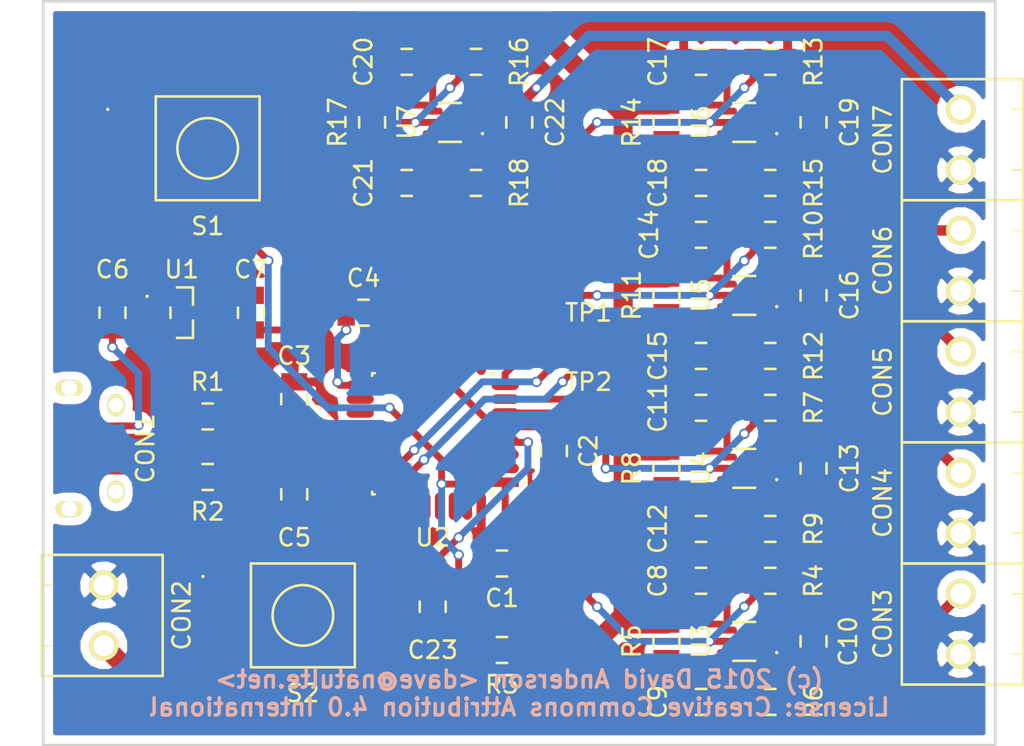
<source format=kicad_pcb>
(kicad_pcb (version 4) (host pcbnew 0.201511251016+6329~38~ubuntu15.10.1-stable)
  (layers (0 F.Cu signal) (31 B.Cu signal) (34 B.Paste user) (35 F.Paste user) (36 B.SilkS user) (37 F.SilkS user) (38 B.Mask user) (39 F.Mask user) (44 Edge.Cuts user))
  (net 0 "")
  (net 1 GND)
  (net 2 +3.3V)
  (net 3 +5V)
  (net 4 Line)
  (net 5 "Net-(CON1-Pad4)")
  (net 6 "Net-(R6-Pad2)")
  (net 7 "Net-(R9-Pad2)")
  (net 8 "Net-(R12-Pad2)")
  (net 9 "Net-(R15-Pad2)")
  (net 10 "Net-(R18-Pad2)")
  (net 11 "Net-(U2-Pad2)")
  (net 12 "Net-(U2-Pad3)")
  (net 13 "Net-(U2-Pad11)")
  (net 14 "Net-(U2-Pad25)")
  (net 15 "Net-(U2-Pad26)")
  (net 16 "Net-(U2-Pad27)")
  (net 17 "Net-(U2-Pad28)")
  (net 18 "Net-(U2-Pad29)")
  (net 19 "Net-(U2-Pad30)")
  (net 20 "Net-(C10-Pad1)")
  (net 21 /USB_D+)
  (net 22 /USB_D-)
  (net 23 /D+)
  (net 24 /D-)
  (net 25 "Net-(C9-Pad2)")
  (net 26 "Net-(C12-Pad1)")
  (net 27 "Net-(C12-Pad2)")
  (net 28 "Net-(C15-Pad1)")
  (net 29 "Net-(C15-Pad2)")
  (net 30 "Net-(C18-Pad1)")
  (net 31 "Net-(C18-Pad2)")
  (net 32 "Net-(C21-Pad1)")
  (net 33 "Net-(C21-Pad2)")
  (net 34 "Net-(TP1-Pad1)")
  (net 35 "Net-(TP2-Pad1)")
  (net 36 "/Switch 1/SW")
  (net 37 "/Switch 2/SW")
  (net 38 "/Switch 3/SW")
  (net 39 "/Switch 4/SW")
  (net 40 "/Switch 5/SW")
  (net 41 "Net-(U2-Pad10)")
  (net 42 "Net-(U2-Pad13)")
  (net 43 "Net-(U2-Pad14)")
  (net 44 "Net-(U2-Pad15)")
  (net 45 "Net-(U2-Pad18)")
  (net 46 "Net-(U2-Pad19)")
  (net 47 "Net-(U2-Pad20)")
  (net 48 "Net-(R3-Pad2)")
  (net 49 "Net-(C23-Pad1)")
  (module parts:Switch_SPST_TL3301NF160QG (layer F.Cu) (at 84.5 76.5)
    (fp_text reference S1 (at 0 4.5) (layer F.SilkS))
    (fp_text value Switch_SPST)
    (pad 1 smd rect (at -4.6125 -2.25) (size 1.725 0.9) (layers F.Cu F.Paste F.Mask) (net 48 "Net-(R3-Pad2)"))
    (pad 2 smd oval (at -4.6125 2.25) (size 1.725 0.9) (layers F.Cu F.Paste F.Mask) (net 48 "Net-(R3-Pad2)"))
    (pad 3 smd oval (at 4.6125 2.25) (size 1.725 0.9) (layers F.Cu F.Paste F.Mask) (net 2 +3.3V))
    (pad 4 smd oval (at 4.6125 -2.25) (size 1.725 0.9) (layers F.Cu F.Paste F.Mask) (net 2 +3.3V))
  )
  (module parts:Capacitor_0805 (layer F.Cu) (at 101.5 100.5)
    (fp_text reference C1 (at 0 2 180) (layer F.SilkS))
    (fp_text value 100nF)
    (pad 1 smd rect (at -1 0) (size 1 1.5) (layers F.Cu F.Paste F.Mask) (net 1 GND))
    (pad 2 smd rect (at 1 0) (size 1 1.5) (layers F.Cu F.Paste F.Mask) (net 2 +3.3V))
  )
  (module parts:Capacitor_0805 (layer F.Cu) (at 113 108.5 180)
    (fp_text reference C9 (at 2.5 0 270) (layer F.SilkS))
    (fp_text value 1µF)
    (pad 1 smd rect (at -1 0 180) (size 1 1.5) (layers F.Cu F.Paste F.Mask) (net 20 "Net-(C10-Pad1)"))
    (pad 2 smd rect (at 1 0 180) (size 1 1.5) (layers F.Cu F.Paste F.Mask) (net 25 "Net-(C9-Pad2)"))
  )
  (module parts:Si1869DH_SC70-6 (layer F.Cu) (at 115.5 105 180)
    (fp_text reference U3 (at 2.5 0 270) (layer F.SilkS))
    (fp_text value Si1869DH)
    (pad 1 smd rect (at -1 -0.65 180) (size 1.15 0.4) (layers F.Cu F.Paste F.Mask) (net 6 "Net-(R6-Pad2)"))
    (pad 2 smd oval (at -1 0 180) (size 1.15 0.4) (layers F.Cu F.Paste F.Mask) (net 20 "Net-(C10-Pad1)"))
    (pad 3 smd oval (at -1 0.65 180) (size 1.15 0.4) (layers F.Cu F.Paste F.Mask) (net 20 "Net-(C10-Pad1)"))
    (pad 4 smd oval (at 1 0.65 180) (size 1.15 0.4) (layers F.Cu F.Paste F.Mask) (net 4 Line))
    (pad 5 smd oval (at 1 0 180) (size 1.15 0.4) (layers F.Cu F.Paste F.Mask) (net 36 "/Switch 1/SW"))
    (pad 6 smd oval (at 1 -0.65 180) (size 1.15 0.4) (layers F.Cu F.Paste F.Mask) (net 25 "Net-(C9-Pad2)"))
  )
  (module parts:Capacitor_0805 (layer F.Cu) (at 113 101.5)
    (fp_text reference C8 (at -2.5 0 90) (layer F.SilkS))
    (fp_text value 10µF)
    (pad 1 smd rect (at -1 0) (size 1 1.5) (layers F.Cu F.Paste F.Mask) (net 1 GND))
    (pad 2 smd rect (at 1 0) (size 1 1.5) (layers F.Cu F.Paste F.Mask) (net 4 Line))
  )
  (module parts:Resistor_0805 (layer F.Cu) (at 111 105 270)
    (fp_text reference R5 (at 0 2 270) (layer F.SilkS))
    (fp_text value 10k)
    (pad 1 smd rect (at -1 0 270) (size 1 1.5) (layers F.Cu F.Paste F.Mask) (net 4 Line))
    (pad 2 smd rect (at 1 0 270) (size 1 1.5) (layers F.Cu F.Paste F.Mask) (net 25 "Net-(C9-Pad2)"))
  )
  (module parts:STM32F042K6T6_32-QFP (layer F.Cu) (at 97.5 93 180)
    (fp_text reference U2 (at 0 -6 180) (layer F.SilkS))
    (fp_text value STM32F042K6T6)
    (pad 1 smd rect (at -4.1875 -2.8 180) (size 1.575 0.55) (layers F.Cu F.Paste F.Mask) (net 2 +3.3V))
    (pad 2 smd oval (at -4.1875 -2 180) (size 1.575 0.55) (layers F.Cu F.Paste F.Mask) (net 11 "Net-(U2-Pad2)"))
    (pad 3 smd oval (at -4.1875 -1.2 180) (size 1.575 0.55) (layers F.Cu F.Paste F.Mask) (net 12 "Net-(U2-Pad3)"))
    (pad 4 smd oval (at -4.1875 -0.4 180) (size 1.575 0.55) (layers F.Cu F.Paste F.Mask) (net 49 "Net-(C23-Pad1)"))
    (pad 5 smd oval (at -4.1875 0.4 180) (size 1.575 0.55) (layers F.Cu F.Paste F.Mask) (net 2 +3.3V))
    (pad 6 smd oval (at -4.1875 1.2 180) (size 1.575 0.55) (layers F.Cu F.Paste F.Mask) (net 36 "/Switch 1/SW"))
    (pad 7 smd oval (at -4.1875 2 180) (size 1.575 0.55) (layers F.Cu F.Paste F.Mask) (net 37 "/Switch 2/SW"))
    (pad 8 smd oval (at -4.1875 2.8 180) (size 1.575 0.55) (layers F.Cu F.Paste F.Mask) (net 38 "/Switch 3/SW"))
    (pad 9 smd oval (at -2.8 4.1875 180) (size 0.55 1.575) (layers F.Cu F.Paste F.Mask) (net 39 "/Switch 4/SW"))
    (pad 10 smd oval (at -2 4.1875 180) (size 0.55 1.575) (layers F.Cu F.Paste F.Mask) (net 41 "Net-(U2-Pad10)"))
    (pad 11 smd oval (at -1.2 4.1875 180) (size 0.55 1.575) (layers F.Cu F.Paste F.Mask) (net 13 "Net-(U2-Pad11)"))
    (pad 12 smd oval (at -0.4 4.1875 180) (size 0.55 1.575) (layers F.Cu F.Paste F.Mask) (net 40 "/Switch 5/SW"))
    (pad 13 smd oval (at 0.4 4.1875 180) (size 0.55 1.575) (layers F.Cu F.Paste F.Mask) (net 42 "Net-(U2-Pad13)"))
    (pad 14 smd oval (at 1.2 4.1875 180) (size 0.55 1.575) (layers F.Cu F.Paste F.Mask) (net 43 "Net-(U2-Pad14)"))
    (pad 15 smd oval (at 2 4.1875 180) (size 0.55 1.575) (layers F.Cu F.Paste F.Mask) (net 44 "Net-(U2-Pad15)"))
    (pad 16 smd oval (at 2.8 4.1875 180) (size 0.55 1.575) (layers F.Cu F.Paste F.Mask) (net 1 GND))
    (pad 17 smd oval (at 4.1875 2.8 180) (size 1.575 0.55) (layers F.Cu F.Paste F.Mask) (net 2 +3.3V))
    (pad 18 smd oval (at 4.1875 2 180) (size 1.575 0.55) (layers F.Cu F.Paste F.Mask) (net 45 "Net-(U2-Pad18)"))
    (pad 19 smd oval (at 4.1875 1.2 180) (size 1.575 0.55) (layers F.Cu F.Paste F.Mask) (net 46 "Net-(U2-Pad19)"))
    (pad 20 smd oval (at 4.1875 0.4 180) (size 1.575 0.55) (layers F.Cu F.Paste F.Mask) (net 47 "Net-(U2-Pad20)"))
    (pad 21 smd oval (at 4.1875 -0.4 180) (size 1.575 0.55) (layers F.Cu F.Paste F.Mask) (net 21 /USB_D+))
    (pad 22 smd oval (at 4.1875 -1.2 180) (size 1.575 0.55) (layers F.Cu F.Paste F.Mask) (net 22 /USB_D-))
    (pad 23 smd oval (at 4.1875 -2 180) (size 1.575 0.55) (layers F.Cu F.Paste F.Mask) (net 34 "Net-(TP1-Pad1)"))
    (pad 24 smd oval (at 4.1875 -2.8 180) (size 1.575 0.55) (layers F.Cu F.Paste F.Mask) (net 35 "Net-(TP2-Pad1)"))
    (pad 25 smd oval (at 2.8 -4.1875 180) (size 0.55 1.575) (layers F.Cu F.Paste F.Mask) (net 14 "Net-(U2-Pad25)"))
    (pad 26 smd oval (at 2 -4.1875 180) (size 0.55 1.575) (layers F.Cu F.Paste F.Mask) (net 15 "Net-(U2-Pad26)"))
    (pad 27 smd oval (at 1.2 -4.1875 180) (size 0.55 1.575) (layers F.Cu F.Paste F.Mask) (net 16 "Net-(U2-Pad27)"))
    (pad 28 smd oval (at 0.4 -4.1875 180) (size 0.55 1.575) (layers F.Cu F.Paste F.Mask) (net 17 "Net-(U2-Pad28)"))
    (pad 29 smd oval (at -0.4 -4.1875 180) (size 0.55 1.575) (layers F.Cu F.Paste F.Mask) (net 18 "Net-(U2-Pad29)"))
    (pad 30 smd oval (at -1.2 -4.1875 180) (size 0.55 1.575) (layers F.Cu F.Paste F.Mask) (net 19 "Net-(U2-Pad30)"))
    (pad 31 smd oval (at -2 -4.1875 180) (size 0.55 1.575) (layers F.Cu F.Paste F.Mask) (net 48 "Net-(R3-Pad2)"))
    (pad 32 smd oval (at -2.8 -4.1875 180) (size 0.55 1.575) (layers F.Cu F.Paste F.Mask) (net 1 GND))
  )
  (module parts:Resistor_0805 (layer F.Cu) (at 101.5 105.5)
    (fp_text reference R3 (at 0 2 180) (layer F.SilkS))
    (fp_text value 10k)
    (pad 1 smd rect (at -1 0) (size 1 1.5) (layers F.Cu F.Paste F.Mask) (net 1 GND))
    (pad 2 smd rect (at 1 0) (size 1 1.5) (layers F.Cu F.Paste F.Mask) (net 48 "Net-(R3-Pad2)"))
  )
  (module parts:Capacitor_0805 (layer F.Cu) (at 104.5 94 90)
    (fp_text reference C2 (at 0 2 90) (layer F.SilkS))
    (fp_text value 100nF)
    (pad 1 smd rect (at -1 0 90) (size 1 1.5) (layers F.Cu F.Paste F.Mask) (net 1 GND))
    (pad 2 smd rect (at 1 0 90) (size 1 1.5) (layers F.Cu F.Paste F.Mask) (net 2 +3.3V))
  )
  (module parts:Capacitor_0805 (layer F.Cu) (at 89.5 91 270)
    (fp_text reference C3 (at -2.5 0 360) (layer F.SilkS))
    (fp_text value 47pF)
    (pad 1 smd rect (at -1 0 270) (size 1 1.5) (layers F.Cu F.Paste F.Mask) (net 1 GND))
    (pad 2 smd rect (at 1 0 270) (size 1 1.5) (layers F.Cu F.Paste F.Mask) (net 21 /USB_D+))
  )
  (module parts:Capacitor_0805 (layer F.Cu) (at 93.5 86 180)
    (fp_text reference C4 (at 0 2 180) (layer F.SilkS))
    (fp_text value 100nF)
    (pad 1 smd rect (at -1 0 180) (size 1 1.5) (layers F.Cu F.Paste F.Mask) (net 1 GND))
    (pad 2 smd rect (at 1 0 180) (size 1 1.5) (layers F.Cu F.Paste F.Mask) (net 2 +3.3V))
  )
  (module parts:Capacitor_0805 (layer F.Cu) (at 89.5 96.5 90)
    (fp_text reference C5 (at -2.5 0 180) (layer F.SilkS))
    (fp_text value 47pF)
    (pad 1 smd rect (at -1 0 90) (size 1 1.5) (layers F.Cu F.Paste F.Mask) (net 1 GND))
    (pad 2 smd rect (at 1 0 90) (size 1 1.5) (layers F.Cu F.Paste F.Mask) (net 22 /USB_D-))
  )
  (module parts:Capacitor_0805 (layer F.Cu) (at 79 86 270)
    (fp_text reference C6 (at -2.5 0 360) (layer F.SilkS))
    (fp_text value 1µF)
    (pad 1 smd rect (at -1 0 270) (size 1 1.5) (layers F.Cu F.Paste F.Mask) (net 1 GND))
    (pad 2 smd rect (at 1 0 270) (size 1 1.5) (layers F.Cu F.Paste F.Mask) (net 3 +5V))
  )
  (module parts:Capacitor_0805 (layer F.Cu) (at 87 86 270)
    (fp_text reference C7 (at -2.5 0 360) (layer F.SilkS))
    (fp_text value 10µF)
    (pad 1 smd rect (at -1 0 270) (size 1 1.5) (layers F.Cu F.Paste F.Mask) (net 1 GND))
    (pad 2 smd rect (at 1 0 270) (size 1 1.5) (layers F.Cu F.Paste F.Mask) (net 2 +3.3V))
  )
  (module parts:Capacitor_0805 (layer F.Cu) (at 119.5 105 270)
    (fp_text reference C10 (at 0 -2 450) (layer F.SilkS))
    (fp_text value 1µF)
    (pad 1 smd rect (at -1 0 270) (size 1 1.5) (layers F.Cu F.Paste F.Mask) (net 20 "Net-(C10-Pad1)"))
    (pad 2 smd rect (at 1 0 270) (size 1 1.5) (layers F.Cu F.Paste F.Mask) (net 1 GND))
  )
  (module parts:Capacitor_0805 (layer F.Cu) (at 113 91.5)
    (fp_text reference C11 (at -2.5 0 90) (layer F.SilkS))
    (fp_text value 10µF)
    (pad 1 smd rect (at -1 0) (size 1 1.5) (layers F.Cu F.Paste F.Mask) (net 1 GND))
    (pad 2 smd rect (at 1 0) (size 1 1.5) (layers F.Cu F.Paste F.Mask) (net 4 Line))
  )
  (module parts:Capacitor_0805 (layer F.Cu) (at 113 98.5 180)
    (fp_text reference C12 (at 2.5 0 270) (layer F.SilkS))
    (fp_text value 1µF)
    (pad 1 smd rect (at -1 0 180) (size 1 1.5) (layers F.Cu F.Paste F.Mask) (net 26 "Net-(C12-Pad1)"))
    (pad 2 smd rect (at 1 0 180) (size 1 1.5) (layers F.Cu F.Paste F.Mask) (net 27 "Net-(C12-Pad2)"))
  )
  (module parts:Capacitor_0805 (layer F.Cu) (at 119.5 95 270)
    (fp_text reference C13 (at 0 -2.075 270) (layer F.SilkS))
    (fp_text value 1µF)
    (pad 1 smd rect (at -1 0 270) (size 1 1.5) (layers F.Cu F.Paste F.Mask) (net 26 "Net-(C12-Pad1)"))
    (pad 2 smd rect (at 1 0 270) (size 1 1.5) (layers F.Cu F.Paste F.Mask) (net 1 GND))
  )
  (module parts:Capacitor_0805 (layer F.Cu) (at 113 81.5)
    (fp_text reference C14 (at -3 0 90) (layer F.SilkS))
    (fp_text value 10µF)
    (pad 1 smd rect (at -1 0) (size 1 1.5) (layers F.Cu F.Paste F.Mask) (net 1 GND))
    (pad 2 smd rect (at 1 0) (size 1 1.5) (layers F.Cu F.Paste F.Mask) (net 4 Line))
  )
  (module parts:Capacitor_0805 (layer F.Cu) (at 113 88.5 180)
    (fp_text reference C15 (at 2.5 0 270) (layer F.SilkS))
    (fp_text value 1µF)
    (pad 1 smd rect (at -1 0 180) (size 1 1.5) (layers F.Cu F.Paste F.Mask) (net 28 "Net-(C15-Pad1)"))
    (pad 2 smd rect (at 1 0 180) (size 1 1.5) (layers F.Cu F.Paste F.Mask) (net 29 "Net-(C15-Pad2)"))
  )
  (module parts:Capacitor_0805 (layer F.Cu) (at 119.5 85 270)
    (fp_text reference C16 (at 0 -2.075 270) (layer F.SilkS))
    (fp_text value 1µF)
    (pad 1 smd rect (at -1 0 270) (size 1 1.5) (layers F.Cu F.Paste F.Mask) (net 28 "Net-(C15-Pad1)"))
    (pad 2 smd rect (at 1 0 270) (size 1 1.5) (layers F.Cu F.Paste F.Mask) (net 1 GND))
  )
  (module parts:Capacitor_0805 (layer F.Cu) (at 113 71.5)
    (fp_text reference C17 (at -2.5 0 90) (layer F.SilkS))
    (fp_text value 10µF)
    (pad 1 smd rect (at -1 0) (size 1 1.5) (layers F.Cu F.Paste F.Mask) (net 1 GND))
    (pad 2 smd rect (at 1 0) (size 1 1.5) (layers F.Cu F.Paste F.Mask) (net 4 Line))
  )
  (module parts:Capacitor_0805 (layer F.Cu) (at 113 78.5 180)
    (fp_text reference C18 (at 2.5 0 270) (layer F.SilkS))
    (fp_text value 1µF)
    (pad 1 smd rect (at -1 0 180) (size 1 1.5) (layers F.Cu F.Paste F.Mask) (net 30 "Net-(C18-Pad1)"))
    (pad 2 smd rect (at 1 0 180) (size 1 1.5) (layers F.Cu F.Paste F.Mask) (net 31 "Net-(C18-Pad2)"))
  )
  (module parts:Capacitor_0805 (layer F.Cu) (at 119.5 75 270)
    (fp_text reference C19 (at 0 -2.075 270) (layer F.SilkS))
    (fp_text value 1µF)
    (pad 1 smd rect (at -1 0 270) (size 1 1.5) (layers F.Cu F.Paste F.Mask) (net 30 "Net-(C18-Pad1)"))
    (pad 2 smd rect (at 1 0 270) (size 1 1.5) (layers F.Cu F.Paste F.Mask) (net 1 GND))
  )
  (module parts:Capacitor_0805 (layer F.Cu) (at 96 71.5)
    (fp_text reference C20 (at -2.5 0 90) (layer F.SilkS))
    (fp_text value 10µF)
    (pad 1 smd rect (at -1 0) (size 1 1.5) (layers F.Cu F.Paste F.Mask) (net 1 GND))
    (pad 2 smd rect (at 1 0) (size 1 1.5) (layers F.Cu F.Paste F.Mask) (net 4 Line))
  )
  (module parts:Capacitor_0805 (layer F.Cu) (at 96 78.5 180)
    (fp_text reference C21 (at 2.5 0 270) (layer F.SilkS))
    (fp_text value 1µF)
    (pad 1 smd rect (at -1 0 180) (size 1 1.5) (layers F.Cu F.Paste F.Mask) (net 32 "Net-(C21-Pad1)"))
    (pad 2 smd rect (at 1 0 180) (size 1 1.5) (layers F.Cu F.Paste F.Mask) (net 33 "Net-(C21-Pad2)"))
  )
  (module parts:Capacitor_0805 (layer F.Cu) (at 102.5 75 270)
    (fp_text reference C22 (at 0 -2.075 270) (layer F.SilkS))
    (fp_text value 1µF)
    (pad 1 smd rect (at -1 0 270) (size 1 1.5) (layers F.Cu F.Paste F.Mask) (net 32 "Net-(C21-Pad1)"))
    (pad 2 smd rect (at 1 0 270) (size 1 1.5) (layers F.Cu F.Paste F.Mask) (net 1 GND))
  )
  (module parts:USB_Micro_SMD_RA (layer F.Cu) (at 76.5 93.85 270)
    (fp_text reference CON1 (at 0 -4.4 270) (layer F.SilkS))
    (fp_text value USB)
    (pad 1 smd rect (at -1.3 -2.7 270) (size 0.4 1.4) (layers F.Cu F.Paste F.Mask) (net 3 +5V))
    (pad 2 smd rect (at -0.65 -2.7 270) (size 0.4 1.4) (layers F.Cu F.Paste F.Mask) (net 23 /D+))
    (pad 3 smd rect (at 0 -2.7 270) (size 0.4 1.4) (layers F.Cu F.Paste F.Mask) (net 24 /D-))
    (pad 4 smd rect (at 0.65 -2.7 270) (size 0.4 1.4) (layers F.Cu F.Paste F.Mask) (net 5 "Net-(CON1-Pad4)"))
    (pad 5 smd rect (at 1.3 -2.7 270) (size 0.4 1.4) (layers F.Cu F.Paste F.Mask) (net 1 GND))
    (pad shel thru_hole oval (at -2.5 -2.7 270) (size 1.25 0.95) (drill 0.85) (layers *.Cu *.Mask F.SilkS))
    (pad shel thru_hole oval (at 2.5 -2.7 270) (size 1.25 0.95) (drill 0.85) (layers *.Cu *.Mask F.SilkS))
    (pad shel thru_hole oval (at -3.5 0 270) (size 0.9 1.55) (drill 1.15) (layers *.Cu *.Mask F.SilkS))
    (pad shel thru_hole oval (at 3.5 0 270) (size 0.9 1.55) (drill 1.15) (layers *.Cu *.Mask F.SilkS))
    (pad shel smd rect (at -1 0 270) (size 1.5 1.5) (layers F.Cu F.Paste F.Mask))
    (pad shel smd rect (at 1 0 270) (size 1.5 1.5) (layers F.Cu F.Paste F.Mask))
  )
  (module parts:2_Post_Terminal_OSTTE020104 (layer F.Cu) (at 78.5 103.5 90)
    (fp_text reference CON2 (at 0 4.5 90) (layer F.SilkS))
    (fp_text value 2_Post_Terminal)
    (pad 1 thru_hole circle (at -1.75 0 90) (size 1.7 1.7) (drill 1.2) (layers *.Cu *.Mask F.SilkS) (net 4 Line))
    (pad 2 thru_hole circle (at 1.75 0 90) (size 1.7 1.7) (drill 1.2) (layers *.Cu *.Mask F.SilkS) (net 1 GND))
  )
  (module parts:2_Post_Terminal_OSTTE020104 (layer F.Cu) (at 128 104 270)
    (fp_text reference CON3 (at 0 4.5 270) (layer F.SilkS))
    (fp_text value 2_Post_Terminal hide)
    (pad 1 thru_hole circle (at -1.75 0 270) (size 1.7 1.7) (drill 1.2) (layers *.Cu *.Mask F.SilkS) (net 20 "Net-(C10-Pad1)"))
    (pad 2 thru_hole circle (at 1.75 0 270) (size 1.7 1.7) (drill 1.2) (layers *.Cu *.Mask F.SilkS) (net 1 GND))
  )
  (module parts:2_Post_Terminal_OSTTE020104 (layer F.Cu) (at 128 97 270)
    (fp_text reference CON4 (at 0 4.5 270) (layer F.SilkS))
    (fp_text value 2_Post_Terminal)
    (pad 1 thru_hole circle (at -1.75 0 270) (size 1.7 1.7) (drill 1.2) (layers *.Cu *.Mask F.SilkS) (net 26 "Net-(C12-Pad1)"))
    (pad 2 thru_hole circle (at 1.75 0 270) (size 1.7 1.7) (drill 1.2) (layers *.Cu *.Mask F.SilkS) (net 1 GND))
  )
  (module parts:2_Post_Terminal_OSTTE020104 (layer F.Cu) (at 128 90 270)
    (fp_text reference CON5 (at 0 4.5 270) (layer F.SilkS))
    (fp_text value 2_Post_Terminal)
    (pad 1 thru_hole circle (at -1.75 0 270) (size 1.7 1.7) (drill 1.2) (layers *.Cu *.Mask F.SilkS) (net 28 "Net-(C15-Pad1)"))
    (pad 2 thru_hole circle (at 1.75 0 270) (size 1.7 1.7) (drill 1.2) (layers *.Cu *.Mask F.SilkS) (net 1 GND))
  )
  (module parts:2_Post_Terminal_OSTTE020104 (layer F.Cu) (at 128 83 270)
    (fp_text reference CON6 (at 0 4.5 270) (layer F.SilkS))
    (fp_text value 2_Post_Terminal)
    (pad 1 thru_hole circle (at -1.75 0 270) (size 1.7 1.7) (drill 1.2) (layers *.Cu *.Mask F.SilkS) (net 30 "Net-(C18-Pad1)"))
    (pad 2 thru_hole circle (at 1.75 0 270) (size 1.7 1.7) (drill 1.2) (layers *.Cu *.Mask F.SilkS) (net 1 GND))
  )
  (module parts:2_Post_Terminal_OSTTE020104 (layer F.Cu) (at 128 76 270)
    (fp_text reference CON7 (at 0 4.5 270) (layer F.SilkS))
    (fp_text value 2_Post_Terminal)
    (pad 1 thru_hole circle (at -1.75 0 270) (size 1.7 1.7) (drill 1.2) (layers *.Cu *.Mask F.SilkS) (net 32 "Net-(C21-Pad1)"))
    (pad 2 thru_hole circle (at 1.75 0 270) (size 1.7 1.7) (drill 1.2) (layers *.Cu *.Mask F.SilkS) (net 1 GND))
  )
  (module parts:Resistor_0805 (layer F.Cu) (at 84.5 92)
    (fp_text reference R1 (at 0 -2) (layer F.SilkS))
    (fp_text value 22R)
    (pad 1 smd rect (at -1 0) (size 1 1.5) (layers F.Cu F.Paste F.Mask) (net 23 /D+))
    (pad 2 smd rect (at 1 0) (size 1 1.5) (layers F.Cu F.Paste F.Mask) (net 21 /USB_D+))
  )
  (module parts:Resistor_0805 (layer F.Cu) (at 84.5 95.5)
    (fp_text reference R2 (at 0 2) (layer F.SilkS))
    (fp_text value 22R)
    (pad 1 smd rect (at -1 0) (size 1 1.5) (layers F.Cu F.Paste F.Mask) (net 24 /D-))
    (pad 2 smd rect (at 1 0) (size 1 1.5) (layers F.Cu F.Paste F.Mask) (net 22 /USB_D-))
  )
  (module parts:Resistor_0805 (layer F.Cu) (at 117 101.5 180)
    (fp_text reference R4 (at -2.5 0 270) (layer F.SilkS))
    (fp_text value 10k)
    (pad 1 smd rect (at -1 0 180) (size 1 1.5) (layers F.Cu F.Paste F.Mask) (net 1 GND))
    (pad 2 smd rect (at 1 0 180) (size 1 1.5) (layers F.Cu F.Paste F.Mask) (net 36 "/Switch 1/SW"))
  )
  (module parts:Resistor_0805 (layer F.Cu) (at 117 108.5 180)
    (fp_text reference R6 (at -2.5 0 270) (layer F.SilkS))
    (fp_text value 2k)
    (pad 1 smd rect (at -1 0 180) (size 1 1.5) (layers F.Cu F.Paste F.Mask) (net 1 GND))
    (pad 2 smd rect (at 1 0 180) (size 1 1.5) (layers F.Cu F.Paste F.Mask) (net 6 "Net-(R6-Pad2)"))
  )
  (module parts:Resistor_0805 (layer F.Cu) (at 117 91.5 180)
    (fp_text reference R7 (at -2.5 0 270) (layer F.SilkS))
    (fp_text value 10k)
    (pad 1 smd rect (at -1 0 180) (size 1 1.5) (layers F.Cu F.Paste F.Mask) (net 1 GND))
    (pad 2 smd rect (at 1 0 180) (size 1 1.5) (layers F.Cu F.Paste F.Mask) (net 37 "/Switch 2/SW"))
  )
  (module parts:Resistor_0805 (layer F.Cu) (at 111 95 270)
    (fp_text reference R8 (at 0 2 270) (layer F.SilkS))
    (fp_text value 10k)
    (pad 1 smd rect (at -1 0 270) (size 1 1.5) (layers F.Cu F.Paste F.Mask) (net 4 Line))
    (pad 2 smd rect (at 1 0 270) (size 1 1.5) (layers F.Cu F.Paste F.Mask) (net 27 "Net-(C12-Pad2)"))
  )
  (module parts:Resistor_0805 (layer F.Cu) (at 117 98.5 180)
    (fp_text reference R9 (at -2.5 0 270) (layer F.SilkS))
    (fp_text value 2k)
    (pad 1 smd rect (at -1 0 180) (size 1 1.5) (layers F.Cu F.Paste F.Mask) (net 1 GND))
    (pad 2 smd rect (at 1 0 180) (size 1 1.5) (layers F.Cu F.Paste F.Mask) (net 7 "Net-(R9-Pad2)"))
  )
  (module parts:Resistor_0805 (layer F.Cu) (at 117 81.5 180)
    (fp_text reference R10 (at -2.5 0 270) (layer F.SilkS))
    (fp_text value 10k)
    (pad 1 smd rect (at -1 0 180) (size 1 1.5) (layers F.Cu F.Paste F.Mask) (net 1 GND))
    (pad 2 smd rect (at 1 0 180) (size 1 1.5) (layers F.Cu F.Paste F.Mask) (net 38 "/Switch 3/SW"))
  )
  (module parts:Resistor_0805 (layer F.Cu) (at 111 85 270)
    (fp_text reference R11 (at 0 2 270) (layer F.SilkS))
    (fp_text value 10k)
    (pad 1 smd rect (at -1 0 270) (size 1 1.5) (layers F.Cu F.Paste F.Mask) (net 4 Line))
    (pad 2 smd rect (at 1 0 270) (size 1 1.5) (layers F.Cu F.Paste F.Mask) (net 29 "Net-(C15-Pad2)"))
  )
  (module parts:Resistor_0805 (layer F.Cu) (at 117 88.5 180)
    (fp_text reference R12 (at -2.5 0 270) (layer F.SilkS))
    (fp_text value 2k)
    (pad 1 smd rect (at -1 0 180) (size 1 1.5) (layers F.Cu F.Paste F.Mask) (net 1 GND))
    (pad 2 smd rect (at 1 0 180) (size 1 1.5) (layers F.Cu F.Paste F.Mask) (net 8 "Net-(R12-Pad2)"))
  )
  (module parts:Resistor_0805 (layer F.Cu) (at 117 71.5 180)
    (fp_text reference R13 (at -2.5 0 270) (layer F.SilkS))
    (fp_text value 10k)
    (pad 1 smd rect (at -1 0 180) (size 1 1.5) (layers F.Cu F.Paste F.Mask) (net 1 GND))
    (pad 2 smd rect (at 1 0 180) (size 1 1.5) (layers F.Cu F.Paste F.Mask) (net 39 "/Switch 4/SW"))
  )
  (module parts:Resistor_0805 (layer F.Cu) (at 111 75 270)
    (fp_text reference R14 (at 0 2 270) (layer F.SilkS))
    (fp_text value 10k)
    (pad 1 smd rect (at -1 0 270) (size 1 1.5) (layers F.Cu F.Paste F.Mask) (net 4 Line))
    (pad 2 smd rect (at 1 0 270) (size 1 1.5) (layers F.Cu F.Paste F.Mask) (net 31 "Net-(C18-Pad2)"))
  )
  (module parts:Resistor_0805 (layer F.Cu) (at 117 78.5 180)
    (fp_text reference R15 (at -2.5 0 270) (layer F.SilkS))
    (fp_text value 2k)
    (pad 1 smd rect (at -1 0 180) (size 1 1.5) (layers F.Cu F.Paste F.Mask) (net 1 GND))
    (pad 2 smd rect (at 1 0 180) (size 1 1.5) (layers F.Cu F.Paste F.Mask) (net 9 "Net-(R15-Pad2)"))
  )
  (module parts:Resistor_0805 (layer F.Cu) (at 100 71.5 180)
    (fp_text reference R16 (at -2.5 0 270) (layer F.SilkS))
    (fp_text value 10k)
    (pad 1 smd rect (at -1 0 180) (size 1 1.5) (layers F.Cu F.Paste F.Mask) (net 1 GND))
    (pad 2 smd rect (at 1 0 180) (size 1 1.5) (layers F.Cu F.Paste F.Mask) (net 40 "/Switch 5/SW"))
  )
  (module parts:Resistor_0805 (layer F.Cu) (at 94 75 270)
    (fp_text reference R17 (at 0 2 270) (layer F.SilkS))
    (fp_text value 10k)
    (pad 1 smd rect (at -1 0 270) (size 1 1.5) (layers F.Cu F.Paste F.Mask) (net 4 Line))
    (pad 2 smd rect (at 1 0 270) (size 1 1.5) (layers F.Cu F.Paste F.Mask) (net 33 "Net-(C21-Pad2)"))
  )
  (module parts:Resistor_0805 (layer F.Cu) (at 100 78.5 180)
    (fp_text reference R18 (at -2.5 0 270) (layer F.SilkS))
    (fp_text value 2k)
    (pad 1 smd rect (at -1 0 180) (size 1 1.5) (layers F.Cu F.Paste F.Mask) (net 1 GND))
    (pad 2 smd rect (at 1 0 180) (size 1 1.5) (layers F.Cu F.Paste F.Mask) (net 10 "Net-(R18-Pad2)"))
  )
  (module parts:Switch_SPST_TL3301NF160QG (layer F.Cu) (at 90 103.5)
    (fp_text reference S2 (at 0 4.5) (layer F.SilkS))
    (fp_text value Switch_SPST)
    (pad 1 smd rect (at -4.6125 -2.25) (size 1.725 0.9) (layers F.Cu F.Paste F.Mask) (net 1 GND))
    (pad 2 smd oval (at -4.6125 2.25) (size 1.725 0.9) (layers F.Cu F.Paste F.Mask) (net 1 GND))
    (pad 3 smd oval (at 4.6125 2.25) (size 1.725 0.9) (layers F.Cu F.Paste F.Mask) (net 49 "Net-(C23-Pad1)"))
    (pad 4 smd oval (at 4.6125 -2.25) (size 1.725 0.9) (layers F.Cu F.Paste F.Mask) (net 49 "Net-(C23-Pad1)"))
  )
  (module parts:AP2120N_SOT23-3 (layer F.Cu) (at 83 86)
    (fp_text reference U1 (at 0 -2.5) (layer F.SilkS))
    (fp_text value AP2120N)
    (pad 1 smd rect (at -1.0625 -0.95) (size 1.275 0.6) (layers F.Cu F.Paste F.Mask) (net 1 GND))
    (pad 2 smd oval (at -1.0625 0.95) (size 1.275 0.6) (layers F.Cu F.Paste F.Mask) (net 2 +3.3V))
    (pad 3 smd oval (at 1.0625 0) (size 1.275 0.6) (layers F.Cu F.Paste F.Mask) (net 3 +5V))
  )
  (module parts:Si1869DH_SC70-6 (layer F.Cu) (at 115.5 95 180)
    (fp_text reference U4 (at 2.5 0 270) (layer F.SilkS))
    (fp_text value Si1869DH)
    (pad 1 smd rect (at -1 -0.65 180) (size 1.15 0.4) (layers F.Cu F.Paste F.Mask) (net 7 "Net-(R9-Pad2)"))
    (pad 2 smd oval (at -1 0 180) (size 1.15 0.4) (layers F.Cu F.Paste F.Mask) (net 26 "Net-(C12-Pad1)"))
    (pad 3 smd oval (at -1 0.65 180) (size 1.15 0.4) (layers F.Cu F.Paste F.Mask) (net 26 "Net-(C12-Pad1)"))
    (pad 4 smd oval (at 1 0.65 180) (size 1.15 0.4) (layers F.Cu F.Paste F.Mask) (net 4 Line))
    (pad 5 smd oval (at 1 0 180) (size 1.15 0.4) (layers F.Cu F.Paste F.Mask) (net 37 "/Switch 2/SW"))
    (pad 6 smd oval (at 1 -0.65 180) (size 1.15 0.4) (layers F.Cu F.Paste F.Mask) (net 27 "Net-(C12-Pad2)"))
  )
  (module parts:Si1869DH_SC70-6 (layer F.Cu) (at 115.5 85 180)
    (fp_text reference U5 (at 2.5 0 270) (layer F.SilkS))
    (fp_text value Si1869DH)
    (pad 1 smd rect (at -1 -0.65 180) (size 1.15 0.4) (layers F.Cu F.Paste F.Mask) (net 8 "Net-(R12-Pad2)"))
    (pad 2 smd oval (at -1 0 180) (size 1.15 0.4) (layers F.Cu F.Paste F.Mask) (net 28 "Net-(C15-Pad1)"))
    (pad 3 smd oval (at -1 0.65 180) (size 1.15 0.4) (layers F.Cu F.Paste F.Mask) (net 28 "Net-(C15-Pad1)"))
    (pad 4 smd oval (at 1 0.65 180) (size 1.15 0.4) (layers F.Cu F.Paste F.Mask) (net 4 Line))
    (pad 5 smd oval (at 1 0 180) (size 1.15 0.4) (layers F.Cu F.Paste F.Mask) (net 38 "/Switch 3/SW"))
    (pad 6 smd oval (at 1 -0.65 180) (size 1.15 0.4) (layers F.Cu F.Paste F.Mask) (net 29 "Net-(C15-Pad2)"))
  )
  (module parts:Si1869DH_SC70-6 (layer F.Cu) (at 115.5 75 180)
    (fp_text reference U6 (at 2.5 0 270) (layer F.SilkS))
    (fp_text value Si1869DH)
    (pad 1 smd rect (at -1 -0.65 180) (size 1.15 0.4) (layers F.Cu F.Paste F.Mask) (net 9 "Net-(R15-Pad2)"))
    (pad 2 smd oval (at -1 0 180) (size 1.15 0.4) (layers F.Cu F.Paste F.Mask) (net 30 "Net-(C18-Pad1)"))
    (pad 3 smd oval (at -1 0.65 180) (size 1.15 0.4) (layers F.Cu F.Paste F.Mask) (net 30 "Net-(C18-Pad1)"))
    (pad 4 smd oval (at 1 0.65 180) (size 1.15 0.4) (layers F.Cu F.Paste F.Mask) (net 4 Line))
    (pad 5 smd oval (at 1 0 180) (size 1.15 0.4) (layers F.Cu F.Paste F.Mask) (net 39 "/Switch 4/SW"))
    (pad 6 smd oval (at 1 -0.65 180) (size 1.15 0.4) (layers F.Cu F.Paste F.Mask) (net 31 "Net-(C18-Pad2)"))
  )
  (module parts:Si1869DH_SC70-6 (layer F.Cu) (at 98.5 75 180)
    (fp_text reference U7 (at 2.5 0 270) (layer F.SilkS))
    (fp_text value Si1869DH)
    (pad 1 smd rect (at -1 -0.65 180) (size 1.15 0.4) (layers F.Cu F.Paste F.Mask) (net 10 "Net-(R18-Pad2)"))
    (pad 2 smd oval (at -1 0 180) (size 1.15 0.4) (layers F.Cu F.Paste F.Mask) (net 32 "Net-(C21-Pad1)"))
    (pad 3 smd oval (at -1 0.65 180) (size 1.15 0.4) (layers F.Cu F.Paste F.Mask) (net 32 "Net-(C21-Pad1)"))
    (pad 4 smd oval (at 1 0.65 180) (size 1.15 0.4) (layers F.Cu F.Paste F.Mask) (net 4 Line))
    (pad 5 smd oval (at 1 0 180) (size 1.15 0.4) (layers F.Cu F.Paste F.Mask) (net 40 "/Switch 5/SW"))
    (pad 6 smd oval (at 1 -0.65 180) (size 1.15 0.4) (layers F.Cu F.Paste F.Mask) (net 33 "Net-(C21-Pad2)"))
  )
  (module parts:Capacitor_0805 (layer F.Cu) (at 97.5 103 270)
    (fp_text reference C23 (at 2.5 0 360) (layer F.SilkS))
    (fp_text value 100nF)
    (pad 1 smd rect (at -1 0 270) (size 1 1.5) (layers F.Cu F.Paste F.Mask) (net 49 "Net-(C23-Pad1)"))
    (pad 2 smd rect (at 1 0 270) (size 1 1.5) (layers F.Cu F.Paste F.Mask) (net 1 GND))
  )
  (module parts:Test_Point_Test_Point_1mm (layer F.Cu) (at 106.5 87)
    (fp_text reference TP1 (at 0 -1) (layer F.SilkS))
    (fp_text value SWD)
    (pad 1 connect circle (at 0 0) (size 1 1) (layers F.Cu F.Mask) (net 34 "Net-(TP1-Pad1)"))
  )
  (module parts:Test_Point_Test_Point_1mm (layer F.Cu) (at 106.5 89 180)
    (fp_text reference TP2 (at 0 -1 180) (layer F.SilkS))
    (fp_text value SWC)
    (pad 1 connect circle (at 0 0 180) (size 1 1) (layers F.Cu F.Mask) (net 35 "Net-(TP2-Pad1)"))
  )
  (gr_text "(c) 2015 David Anderson <dave@natulte.net>\nLicense: Creative Commons Attribution 4.0 International\n" (at 102.5 108) (layer B.SilkS) (effects (font (size 1 1) (thickness 0.2)) (justify mirror)))
  (gr_line (start 75 111) (end 75 68) (layer Edge.Cuts) (width 0.15))
  (gr_line (start 130 111) (end 75 111) (layer Edge.Cuts) (width 0.15))
  (gr_line (start 130 68) (end 130 111) (layer Edge.Cuts) (width 0.15))
  (gr_line (start 75 68) (end 130 68) (layer Edge.Cuts) (width 0.15))
  (segment (start 79.2 95.15) (end 80.3 95.15) (width 0.4) (layer F.Cu) (net 1))
  (segment (start 80.3 95.15) (end 82.65 97.5) (width 0.4) (layer F.Cu) (net 1))
  (segment (start 82.65 97.5) (end 89.5 97.5) (width 0.4) (layer F.Cu) (net 1))
  (segment (start 94.7 88.8125) (end 94.7 86.2) (width 0.4) (layer F.Cu) (net 1))
  (segment (start 94.7 86.2) (end 94.5 86) (width 0.4) (layer F.Cu) (net 1))
  (segment (start 100.3 97.1875) (end 100.3 100.3) (width 0.4) (layer F.Cu) (net 1))
  (segment (start 100.3 100.3) (end 100.5 100.5) (width 0.4) (layer F.Cu) (net 1))
  (segment (start 92.000012 90.075012) (end 92.000012 90) (width 0.4) (layer F.Cu) (net 2))
  (segment (start 92.125 90.2) (end 92.000012 90.075012) (width 0.4) (layer F.Cu) (net 2))
  (segment (start 93.3125 90.2) (end 92.125 90.2) (width 0.4) (layer F.Cu) (net 2))
  (segment (start 92.000012 87.499988) (end 92.000012 90) (width 0.4) (layer B.Cu) (net 2))
  (via (at 92.000012 90) (size 0.6) (drill 0.4) (layers F.Cu B.Cu) (net 2))
  (segment (start 92.5 87) (end 92.000012 87.499988) (width 0.4) (layer B.Cu) (net 2))
  (segment (start 92.5 86) (end 92.5 87) (width 0.4) (layer F.Cu) (net 2))
  (via (at 92.5 87) (size 0.6) (drill 0.4) (layers F.Cu B.Cu) (net 2))
  (segment (start 89.1125 78.75) (end 89.1125 86.8875) (width 0.4) (layer F.Cu) (net 2))
  (segment (start 89.1125 86.8875) (end 89 87) (width 0.4) (layer F.Cu) (net 2))
  (segment (start 89.1125 74.25) (end 89.1125 78.75) (width 0.4) (layer F.Cu) (net 2))
  (segment (start 101.020392 92.6) (end 100.4 92.6) (width 0.4) (layer F.Cu) (net 2))
  (segment (start 100.4 92.6) (end 100 93) (width 0.4) (layer F.Cu) (net 2))
  (segment (start 100 93) (end 100 95.3) (width 0.4) (layer F.Cu) (net 2))
  (segment (start 100.5 95.8) (end 101.6875 95.8) (width 0.4) (layer F.Cu) (net 2))
  (segment (start 100 95.3) (end 100.5 95.8) (width 0.4) (layer F.Cu) (net 2))
  (segment (start 93.3125 90.2) (end 98.620392 90.2) (width 0.4) (layer F.Cu) (net 2))
  (segment (start 98.620392 90.2) (end 101.020392 92.6) (width 0.4) (layer F.Cu) (net 2))
  (segment (start 101.020392 92.6) (end 101.6875 92.6) (width 0.4) (layer F.Cu) (net 2))
  (segment (start 92.5 86) (end 92.5 86.25) (width 0.4) (layer F.Cu) (net 2))
  (segment (start 101.6875 95.8) (end 101.6875 99.6875) (width 0.4) (layer F.Cu) (net 2))
  (segment (start 101.6875 99.6875) (end 102.5 100.5) (width 0.4) (layer F.Cu) (net 2))
  (segment (start 104.5 93) (end 104.1 92.6) (width 0.4) (layer F.Cu) (net 2))
  (segment (start 104.1 92.6) (end 101.6875 92.6) (width 0.4) (layer F.Cu) (net 2))
  (segment (start 89 87) (end 90 86) (width 0.4) (layer F.Cu) (net 2))
  (segment (start 90 86) (end 92.5 86) (width 0.4) (layer F.Cu) (net 2))
  (segment (start 87 87) (end 89 87) (width 0.4) (layer F.Cu) (net 2))
  (segment (start 81.9375 86.95) (end 86.95 86.95) (width 0.4) (layer F.Cu) (net 2))
  (segment (start 86.95 86.95) (end 87 87) (width 0.4) (layer F.Cu) (net 2))
  (segment (start 79 88) (end 79 87) (width 0.4) (layer F.Cu) (net 3))
  (segment (start 80.5 92.5) (end 80.5 89.5) (width 0.4) (layer B.Cu) (net 3))
  (segment (start 80.5 89.5) (end 79 88) (width 0.4) (layer B.Cu) (net 3))
  (via (at 79 88) (size 0.6) (drill 0.4) (layers F.Cu B.Cu) (net 3))
  (via (at 80.5 92.5) (size 0.6) (drill 0.4) (layers F.Cu B.Cu) (net 3))
  (segment (start 79.2 92.55) (end 80.45 92.55) (width 0.4) (layer F.Cu) (net 3))
  (segment (start 80.45 92.55) (end 80.5 92.5) (width 0.4) (layer F.Cu) (net 3))
  (segment (start 79 87) (end 80.15 87) (width 0.4) (layer F.Cu) (net 3))
  (segment (start 80.15 87) (end 81.15 86) (width 0.4) (layer F.Cu) (net 3))
  (segment (start 81.15 86) (end 84.0625 86) (width 0.4) (layer F.Cu) (net 3))
  (segment (start 111 104) (end 114.15 104) (width 0.4) (layer F.Cu) (net 4))
  (segment (start 114.15 104) (end 114.5 104.35) (width 0.4) (layer F.Cu) (net 4))
  (segment (start 114.5 104.35) (end 114.5 104) (width 0.4) (layer F.Cu) (net 4))
  (segment (start 114.5 104) (end 114.5 102) (width 0.4) (layer F.Cu) (net 4))
  (segment (start 103 109) (end 108 104) (width 1.1) (layer F.Cu) (net 4))
  (segment (start 108 104) (end 108.5 103.5) (width 1.1) (layer F.Cu) (net 4))
  (segment (start 111 104) (end 108 104) (width 1.1) (layer F.Cu) (net 4))
  (segment (start 78.5 105.25) (end 82.25 109) (width 1.1) (layer F.Cu) (net 4))
  (segment (start 82.25 109) (end 103 109) (width 1.1) (layer F.Cu) (net 4))
  (segment (start 108.5 103.5) (end 108.5 95) (width 1.1) (layer F.Cu) (net 4))
  (segment (start 108.5 95) (end 108.5 85.5) (width 1.1) (layer F.Cu) (net 4))
  (segment (start 111 94) (end 109.15 94) (width 1.1) (layer F.Cu) (net 4))
  (segment (start 109.15 94) (end 108.5 94.65) (width 1.1) (layer F.Cu) (net 4))
  (segment (start 108.5 94.65) (end 108.5 95) (width 1.1) (layer F.Cu) (net 4))
  (segment (start 108.5 85.5) (end 108.5 74.5) (width 1.1) (layer F.Cu) (net 4))
  (segment (start 111 84) (end 109.15 84) (width 1.1) (layer F.Cu) (net 4))
  (segment (start 108.5 84.65) (end 108.5 85.5) (width 1.1) (layer F.Cu) (net 4))
  (segment (start 109.15 84) (end 108.5 84.65) (width 1.1) (layer F.Cu) (net 4))
  (segment (start 111 74) (end 109.15 74) (width 1.1) (layer F.Cu) (net 4))
  (segment (start 109.15 74) (end 108.65 74.5) (width 1.1) (layer F.Cu) (net 4))
  (segment (start 108.65 74.5) (end 108.5 74.5) (width 1.1) (layer F.Cu) (net 4))
  (segment (start 94 69.5) (end 92.5 71) (width 1.1) (layer F.Cu) (net 4))
  (segment (start 108.5 74.5) (end 103.5 69.5) (width 1.1) (layer F.Cu) (net 4))
  (segment (start 103.5 69.5) (end 94 69.5) (width 1.1) (layer F.Cu) (net 4))
  (segment (start 92.5 71) (end 92.5 72.75) (width 1.1) (layer F.Cu) (net 4))
  (segment (start 92.5 72.75) (end 93.75 74) (width 1.1) (layer F.Cu) (net 4))
  (segment (start 93.75 74) (end 94 74) (width 1.1) (layer F.Cu) (net 4))
  (segment (start 110.75 104) (end 111 104) (width 0.6) (layer F.Cu) (net 4))
  (segment (start 97.5 74.35) (end 97.5 72) (width 0.4) (layer F.Cu) (net 4))
  (segment (start 97.5 72) (end 97 71.5) (width 0.4) (layer F.Cu) (net 4))
  (segment (start 94 74) (end 97.15 74) (width 0.4) (layer F.Cu) (net 4))
  (segment (start 97.15 74) (end 97.5 74.35) (width 0.4) (layer F.Cu) (net 4))
  (segment (start 114.5 74.35) (end 114.5 72) (width 0.4) (layer F.Cu) (net 4))
  (segment (start 114.5 72) (end 114 71.5) (width 0.4) (layer F.Cu) (net 4))
  (segment (start 111 74) (end 114.15 74) (width 0.4) (layer F.Cu) (net 4))
  (segment (start 114.15 74) (end 114.5 74.35) (width 0.4) (layer F.Cu) (net 4))
  (segment (start 114.5 94.35) (end 114.5 92) (width 0.4) (layer F.Cu) (net 4))
  (segment (start 114.5 92) (end 114 91.5) (width 0.4) (layer F.Cu) (net 4))
  (segment (start 111 94) (end 114.15 94) (width 0.4) (layer F.Cu) (net 4))
  (segment (start 114.15 94) (end 114.5 94.35) (width 0.4) (layer F.Cu) (net 4))
  (segment (start 114.5 84.35) (end 114.5 82) (width 0.4) (layer F.Cu) (net 4))
  (segment (start 114.5 82) (end 114 81.5) (width 0.4) (layer F.Cu) (net 4))
  (segment (start 111 84) (end 114.15 84) (width 0.4) (layer F.Cu) (net 4))
  (segment (start 114.15 84) (end 114.5 84.35) (width 0.4) (layer F.Cu) (net 4))
  (segment (start 114.5 102) (end 114 101.5) (width 0.4) (layer F.Cu) (net 4))
  (segment (start 116.5 105.65) (end 116.5 108) (width 0.4) (layer F.Cu) (net 6))
  (segment (start 116.5 108) (end 116 108.5) (width 0.4) (layer F.Cu) (net 6))
  (segment (start 116.5 95.65) (end 116.5 98) (width 0.4) (layer F.Cu) (net 7))
  (segment (start 116.5 98) (end 116 98.5) (width 0.4) (layer F.Cu) (net 7))
  (segment (start 116.5 85.65) (end 116.5 88) (width 0.4) (layer F.Cu) (net 8))
  (segment (start 116.5 88) (end 116 88.5) (width 0.4) (layer F.Cu) (net 8))
  (segment (start 116.5 75.65) (end 116.5 78) (width 0.4) (layer F.Cu) (net 9))
  (segment (start 116.5 78) (end 116 78.5) (width 0.4) (layer F.Cu) (net 9))
  (segment (start 99.5 75.65) (end 99.5 78) (width 0.4) (layer F.Cu) (net 10))
  (segment (start 99.5 78) (end 99 78.5) (width 0.4) (layer F.Cu) (net 10))
  (segment (start 119.5 104) (end 126.25 104) (width 0.6) (layer F.Cu) (net 20))
  (segment (start 126.25 104) (end 128 102.25) (width 0.6) (layer F.Cu) (net 20))
  (segment (start 116.5 105) (end 116.5 104.35) (width 0.4) (layer F.Cu) (net 20))
  (segment (start 116.5 104.35) (end 119.15 104.35) (width 0.6) (layer F.Cu) (net 20))
  (segment (start 119.15 104.35) (end 119.5 104) (width 0.6) (layer F.Cu) (net 20))
  (segment (start 116.5 105) (end 115.524999 105.000001) (width 0.4) (layer F.Cu) (net 20))
  (segment (start 115.524999 105.000001) (end 115.524999 106.475001) (width 0.4) (layer F.Cu) (net 20))
  (segment (start 115.524999 106.475001) (end 114 108) (width 0.4) (layer F.Cu) (net 20))
  (segment (start 114 108) (end 114 108.5) (width 0.4) (layer F.Cu) (net 20))
  (segment (start 89.5 92) (end 90.65 92) (width 0.4) (layer F.Cu) (net 21))
  (segment (start 90.65 92) (end 92.05 93.4) (width 0.4) (layer F.Cu) (net 21))
  (segment (start 92.05 93.4) (end 93.3125 93.4) (width 0.4) (layer F.Cu) (net 21))
  (segment (start 89.5 92) (end 85.5 92) (width 0.4) (layer F.Cu) (net 21))
  (segment (start 89.5 95.5) (end 90.65 95.5) (width 0.4) (layer F.Cu) (net 22))
  (segment (start 90.65 95.5) (end 91.95 94.2) (width 0.4) (layer F.Cu) (net 22))
  (segment (start 91.95 94.2) (end 93.3125 94.2) (width 0.4) (layer F.Cu) (net 22))
  (segment (start 85.5 95.5) (end 89.5 95.5) (width 0.4) (layer F.Cu) (net 22))
  (segment (start 82.6 92) (end 83.5 92) (width 0.4) (layer F.Cu) (net 23))
  (segment (start 81.399998 93.200002) (end 82.6 92) (width 0.4) (layer F.Cu) (net 23))
  (segment (start 80.300002 93.200002) (end 81.399998 93.200002) (width 0.4) (layer F.Cu) (net 23))
  (segment (start 79.2 93.2) (end 80.3 93.2) (width 0.4) (layer F.Cu) (net 23))
  (segment (start 80.3 93.2) (end 80.300002 93.200002) (width 0.4) (layer F.Cu) (net 23))
  (segment (start 79.2 93.85) (end 82.35 93.85) (width 0.4) (layer F.Cu) (net 24))
  (segment (start 82.35 93.85) (end 83.5 95) (width 0.4) (layer F.Cu) (net 24))
  (segment (start 83.5 95) (end 83.5 95.5) (width 0.4) (layer F.Cu) (net 24))
  (segment (start 112 108.5) (end 112 107) (width 0.4) (layer F.Cu) (net 25))
  (segment (start 112 107) (end 111 106) (width 0.4) (layer F.Cu) (net 25))
  (segment (start 111 106) (end 114.15 106) (width 0.4) (layer F.Cu) (net 25))
  (segment (start 114.15 106) (end 114.5 105.65) (width 0.4) (layer F.Cu) (net 25))
  (segment (start 116.5 95) (end 116.5 94.35) (width 0.4) (layer F.Cu) (net 26))
  (segment (start 119.5 94) (end 126.75 94) (width 0.6) (layer F.Cu) (net 26))
  (segment (start 126.75 94) (end 128 95.25) (width 0.6) (layer F.Cu) (net 26))
  (segment (start 116.5 94.35) (end 119.15 94.35) (width 0.6) (layer F.Cu) (net 26))
  (segment (start 119.15 94.35) (end 119.5 94) (width 0.6) (layer F.Cu) (net 26))
  (segment (start 116.5 95) (end 115.524999 95.000001) (width 0.4) (layer F.Cu) (net 26))
  (segment (start 115.524999 95.000001) (end 115.524999 96.975001) (width 0.4) (layer F.Cu) (net 26))
  (segment (start 115.524999 96.975001) (end 114 98.5) (width 0.4) (layer F.Cu) (net 26))
  (segment (start 111 96) (end 114.15 96) (width 0.4) (layer F.Cu) (net 27))
  (segment (start 114.15 96) (end 114.5 95.65) (width 0.4) (layer F.Cu) (net 27))
  (segment (start 112 98.5) (end 112 97) (width 0.4) (layer F.Cu) (net 27))
  (segment (start 112 97) (end 111 96) (width 0.4) (layer F.Cu) (net 27))
  (segment (start 119.5 84) (end 123.75 84) (width 0.6) (layer F.Cu) (net 28))
  (segment (start 123.75 84) (end 128 88.25) (width 0.6) (layer F.Cu) (net 28))
  (segment (start 116.5 85) (end 115.524999 85.000001) (width 0.4) (layer F.Cu) (net 28))
  (segment (start 115.524999 85.000001) (end 115.524999 86.975001) (width 0.4) (layer F.Cu) (net 28))
  (segment (start 115.524999 86.975001) (end 114 88.5) (width 0.4) (layer F.Cu) (net 28))
  (segment (start 116.5 84.35) (end 119.15 84.35) (width 0.6) (layer F.Cu) (net 28))
  (segment (start 119.15 84.35) (end 119.5 84) (width 0.6) (layer F.Cu) (net 28))
  (segment (start 116.5 85) (end 116.5 84.35) (width 0.4) (layer F.Cu) (net 28))
  (segment (start 111 86) (end 114.15 86) (width 0.4) (layer F.Cu) (net 29))
  (segment (start 114.15 86) (end 114.5 85.65) (width 0.4) (layer F.Cu) (net 29))
  (segment (start 112 88.5) (end 112 87) (width 0.4) (layer F.Cu) (net 29))
  (segment (start 112 87) (end 111 86) (width 0.4) (layer F.Cu) (net 29))
  (segment (start 116.5 75) (end 116.5 74.35) (width 0.4) (layer F.Cu) (net 30))
  (segment (start 119.5 74) (end 122 74) (width 0.6) (layer F.Cu) (net 30))
  (segment (start 122 74) (end 123.5 75.5) (width 0.6) (layer F.Cu) (net 30))
  (segment (start 125.25 81.25) (end 128 81.25) (width 0.6) (layer F.Cu) (net 30))
  (segment (start 123.5 75.5) (end 123.5 79.5) (width 0.6) (layer F.Cu) (net 30))
  (segment (start 123.5 79.5) (end 125.25 81.25) (width 0.6) (layer F.Cu) (net 30))
  (segment (start 116.5 74.35) (end 119.15 74.35) (width 0.6) (layer F.Cu) (net 30))
  (segment (start 119.15 74.35) (end 119.5 74) (width 0.6) (layer F.Cu) (net 30))
  (segment (start 116.5 75) (end 115.524999 75.000001) (width 0.4) (layer F.Cu) (net 30))
  (segment (start 115.524999 75.000001) (end 115.524999 76.975001) (width 0.4) (layer F.Cu) (net 30))
  (segment (start 115.524999 76.975001) (end 114 78.5) (width 0.4) (layer F.Cu) (net 30))
  (segment (start 111 76) (end 114.15 76) (width 0.4) (layer F.Cu) (net 31))
  (segment (start 114.15 76) (end 114.5 75.65) (width 0.4) (layer F.Cu) (net 31))
  (segment (start 112 78.5) (end 112 77) (width 0.4) (layer F.Cu) (net 31))
  (segment (start 112 77) (end 111 76) (width 0.4) (layer F.Cu) (net 31))
  (segment (start 128 74.25) (end 123.75 70) (width 0.6) (layer B.Cu) (net 32))
  (segment (start 123.75 70) (end 106.5 70) (width 0.6) (layer B.Cu) (net 32))
  (segment (start 106.5 70) (end 103.5 73) (width 0.6) (layer B.Cu) (net 32))
  (segment (start 99.5 74.35) (end 99.5 75) (width 0.4) (layer F.Cu) (net 32))
  (segment (start 103.5 73) (end 102.5 74) (width 0.6) (layer F.Cu) (net 32))
  (via (at 103.5 73) (size 0.6) (drill 0.4) (layers F.Cu B.Cu) (net 32))
  (segment (start 99.5 74.35) (end 102.15 74.35) (width 0.6) (layer F.Cu) (net 32))
  (segment (start 102.15 74.35) (end 102.5 74) (width 0.6) (layer F.Cu) (net 32))
  (segment (start 99.5 75) (end 98.524999 75.000001) (width 0.4) (layer F.Cu) (net 32))
  (segment (start 98.524999 75.000001) (end 98.524999 76.975001) (width 0.4) (layer F.Cu) (net 32))
  (segment (start 98.524999 76.975001) (end 97 78.5) (width 0.4) (layer F.Cu) (net 32))
  (segment (start 94 76) (end 97.15 76) (width 0.4) (layer F.Cu) (net 33))
  (segment (start 97.15 76) (end 97.5 75.65) (width 0.4) (layer F.Cu) (net 33))
  (segment (start 95 78.5) (end 95 77) (width 0.4) (layer F.Cu) (net 33))
  (segment (start 95 77) (end 94 76) (width 0.4) (layer F.Cu) (net 33))
  (segment (start 100.368612 90) (end 96.434306 93.934306) (width 0.4) (layer B.Cu) (net 34))
  (segment (start 103.5 90) (end 100.368612 90) (width 0.4) (layer B.Cu) (net 34))
  (segment (start 95.368612 95) (end 96.434306 93.934306) (width 0.4) (layer F.Cu) (net 34))
  (segment (start 93.3125 95) (end 95.368612 95) (width 0.4) (layer F.Cu) (net 34))
  (via (at 96.434306 93.934306) (size 0.6) (drill 0.4) (layers F.Cu B.Cu) (net 34))
  (segment (start 103.5 90) (end 106.5 87) (width 0.4) (layer F.Cu) (net 34))
  (via (at 103.5 90) (size 0.6) (drill 0.4) (layers F.Cu B.Cu) (net 34))
  (segment (start 105 90) (end 106 89) (width 0.4) (layer F.Cu) (net 35))
  (segment (start 106 89) (end 106.5 89) (width 0.4) (layer F.Cu) (net 35))
  (segment (start 100.5 91) (end 104 91) (width 0.4) (layer B.Cu) (net 35))
  (segment (start 104 91) (end 105 90) (width 0.4) (layer B.Cu) (net 35))
  (via (at 105 90) (size 0.6) (drill 0.4) (layers F.Cu B.Cu) (net 35))
  (segment (start 97 94.5) (end 100.5 91) (width 0.4) (layer B.Cu) (net 35))
  (segment (start 93.3125 95.8) (end 95.7 95.8) (width 0.4) (layer F.Cu) (net 35))
  (segment (start 95.7 95.8) (end 97 94.5) (width 0.4) (layer F.Cu) (net 35))
  (via (at 97 94.5) (size 0.6) (drill 0.4) (layers F.Cu B.Cu) (net 35))
  (segment (start 101.6875 91.8) (end 105.8 91.8) (width 0.4) (layer F.Cu) (net 36))
  (segment (start 105.8 91.8) (end 106.5 92.5) (width 0.4) (layer F.Cu) (net 36))
  (segment (start 106.5 92.5) (end 106.5 102.5) (width 0.4) (layer F.Cu) (net 36))
  (segment (start 106.5 102.5) (end 106.700001 102.700001) (width 0.4) (layer F.Cu) (net 36))
  (segment (start 106.700001 102.700001) (end 107 103) (width 0.4) (layer F.Cu) (net 36))
  (segment (start 107.299999 103.299999) (end 107 103) (width 0.4) (layer B.Cu) (net 36))
  (segment (start 109 105) (end 107.299999 103.299999) (width 0.4) (layer B.Cu) (net 36))
  (segment (start 113.5 105) (end 109 105) (width 0.4) (layer B.Cu) (net 36))
  (via (at 107 103) (size 0.6) (drill 0.4) (layers F.Cu B.Cu) (net 36))
  (segment (start 115.5 103) (end 116 102.5) (width 0.4) (layer F.Cu) (net 36))
  (segment (start 116 102.5) (end 116 101.5) (width 0.4) (layer F.Cu) (net 36))
  (segment (start 113.5 105) (end 115.5 103) (width 0.4) (layer B.Cu) (net 36))
  (via (at 115.5 103) (size 0.6) (drill 0.4) (layers F.Cu B.Cu) (net 36))
  (segment (start 114.5 105) (end 113.5 105) (width 0.4) (layer F.Cu) (net 36))
  (via (at 113.5 105) (size 0.6) (drill 0.4) (layers F.Cu B.Cu) (net 36))
  (segment (start 101.6875 91) (end 106 91) (width 0.4) (layer F.Cu) (net 37))
  (segment (start 106 91) (end 107.5 92.5) (width 0.4) (layer F.Cu) (net 37))
  (segment (start 107.5 94.575736) (end 107.5 95) (width 0.4) (layer F.Cu) (net 37))
  (segment (start 107.5 92.5) (end 107.5 94.575736) (width 0.4) (layer F.Cu) (net 37))
  (segment (start 107.5 95) (end 113.5 95) (width 0.4) (layer B.Cu) (net 37))
  (via (at 107.5 95) (size 0.6) (drill 0.4) (layers F.Cu B.Cu) (net 37))
  (segment (start 115.5 93) (end 116 92.5) (width 0.4) (layer F.Cu) (net 37))
  (segment (start 116 92.5) (end 116 91.5) (width 0.4) (layer F.Cu) (net 37))
  (segment (start 113.5 95) (end 115.5 93) (width 0.4) (layer B.Cu) (net 37))
  (via (at 115.5 93) (size 0.6) (drill 0.4) (layers F.Cu B.Cu) (net 37))
  (segment (start 114.5 95) (end 113.5 95) (width 0.4) (layer F.Cu) (net 37))
  (via (at 113.5 95) (size 0.6) (drill 0.4) (layers F.Cu B.Cu) (net 37))
  (segment (start 107 85) (end 113.5 85) (width 0.4) (layer B.Cu) (net 38))
  (segment (start 101.6875 90.2) (end 101.6875 89.525) (width 0.4) (layer F.Cu) (net 38))
  (segment (start 106.2125 85) (end 107 85) (width 0.4) (layer F.Cu) (net 38))
  (segment (start 101.6875 89.525) (end 106.2125 85) (width 0.4) (layer F.Cu) (net 38))
  (via (at 107 85) (size 0.6) (drill 0.4) (layers F.Cu B.Cu) (net 38))
  (segment (start 115.5 83) (end 116 82.5) (width 0.4) (layer F.Cu) (net 38))
  (segment (start 116 82.5) (end 116 81.5) (width 0.4) (layer F.Cu) (net 38))
  (segment (start 113.5 85) (end 115.5 83) (width 0.4) (layer B.Cu) (net 38))
  (via (at 115.5 83) (size 0.6) (drill 0.4) (layers F.Cu B.Cu) (net 38))
  (segment (start 114.5 85) (end 113.5 85) (width 0.4) (layer F.Cu) (net 38))
  (via (at 113.5 85) (size 0.6) (drill 0.4) (layers F.Cu B.Cu) (net 38))
  (segment (start 107 75) (end 113.5 75) (width 0.4) (layer B.Cu) (net 39))
  (segment (start 100.3 88.8125) (end 100.3 81.7) (width 0.4) (layer F.Cu) (net 39))
  (segment (start 100.3 81.7) (end 107 75) (width 0.4) (layer F.Cu) (net 39))
  (via (at 107 75) (size 0.6) (drill 0.4) (layers F.Cu B.Cu) (net 39))
  (segment (start 115.5 73) (end 116 72.5) (width 0.4) (layer F.Cu) (net 39))
  (segment (start 116 72.5) (end 116 71.5) (width 0.4) (layer F.Cu) (net 39))
  (segment (start 113.5 75) (end 115.5 73) (width 0.4) (layer B.Cu) (net 39))
  (via (at 115.5 73) (size 0.6) (drill 0.4) (layers F.Cu B.Cu) (net 39))
  (segment (start 114.5 75) (end 113.5 75) (width 0.4) (layer F.Cu) (net 39))
  (via (at 113.5 75) (size 0.6) (drill 0.4) (layers F.Cu B.Cu) (net 39))
  (segment (start 97.9 88.8125) (end 97.9 84.4) (width 0.4) (layer F.Cu) (net 40))
  (segment (start 97.9 84.4) (end 92.5 79) (width 0.4) (layer F.Cu) (net 40))
  (segment (start 92.5 79) (end 92.5 75.529998) (width 0.4) (layer F.Cu) (net 40))
  (segment (start 92.5 75.529998) (end 93.029998 75) (width 0.4) (layer F.Cu) (net 40))
  (segment (start 93.029998 75) (end 96.075736 75) (width 0.4) (layer F.Cu) (net 40))
  (segment (start 96.075736 75) (end 96.5 75) (width 0.4) (layer F.Cu) (net 40))
  (segment (start 98.5 73) (end 99 72.5) (width 0.4) (layer F.Cu) (net 40))
  (segment (start 99 72.5) (end 99 71.5) (width 0.4) (layer F.Cu) (net 40))
  (segment (start 96.5 75) (end 98.5 73) (width 0.4) (layer B.Cu) (net 40))
  (via (at 98.5 73) (size 0.6) (drill 0.4) (layers F.Cu B.Cu) (net 40))
  (segment (start 97.5 75) (end 96.5 75) (width 0.4) (layer F.Cu) (net 40))
  (via (at 96.5 75) (size 0.6) (drill 0.4) (layers F.Cu B.Cu) (net 40))
  (segment (start 91.463998 91.5) (end 95 91.5) (width 0.4) (layer B.Cu) (net 48))
  (segment (start 88 83) (end 88 88.036002) (width 0.4) (layer B.Cu) (net 48))
  (segment (start 88 88.036002) (end 91.463998 91.5) (width 0.4) (layer B.Cu) (net 48))
  (segment (start 95 91.5) (end 98.013576 94.513576) (width 0.4) (layer F.Cu) (net 48))
  (segment (start 98.013576 94.513576) (end 98.013576 95.908358) (width 0.4) (layer F.Cu) (net 48))
  (via (at 95 91.5) (size 0.6) (drill 0.4) (layers F.Cu B.Cu) (net 48))
  (segment (start 79.8875 78.75) (end 83.75 78.75) (width 0.4) (layer F.Cu) (net 48))
  (via (at 88 83) (size 0.6) (drill 0.4) (layers F.Cu B.Cu) (net 48))
  (segment (start 83.75 78.75) (end 88 83) (width 0.4) (layer F.Cu) (net 48))
  (segment (start 79.8875 74.25) (end 79.8875 78.75) (width 0.4) (layer F.Cu) (net 48))
  (segment (start 98.013576 95.908358) (end 99.408358 95.908358) (width 0.4) (layer F.Cu) (net 48))
  (segment (start 99.408358 95.908358) (end 99.5 96) (width 0.4) (layer F.Cu) (net 48))
  (segment (start 99.5 96) (end 99.5 97.1875) (width 0.4) (layer F.Cu) (net 48))
  (segment (start 98 99) (end 98.013576 98.986424) (width 0.4) (layer B.Cu) (net 48))
  (segment (start 98.013576 98.986424) (end 98.013576 95.908358) (width 0.4) (layer B.Cu) (net 48))
  (via (at 98.013576 95.908358) (size 0.6) (drill 0.4) (layers F.Cu B.Cu) (net 48))
  (segment (start 99 100) (end 98 99) (width 0.4) (layer B.Cu) (net 48))
  (segment (start 102.5 105.5) (end 102.5 105.25) (width 0.4) (layer F.Cu) (net 48))
  (segment (start 102.5 105.25) (end 99 101.75) (width 0.4) (layer F.Cu) (net 48))
  (segment (start 99 101.75) (end 99 100) (width 0.4) (layer F.Cu) (net 48))
  (via (at 99 100) (size 0.6) (drill 0.4) (layers F.Cu B.Cu) (net 48))
  (segment (start 103 93.5) (end 101.7875 93.5) (width 0.4) (layer F.Cu) (net 49))
  (segment (start 101.7875 93.5) (end 101.6875 93.4) (width 0.4) (layer F.Cu) (net 49))
  (segment (start 99 99) (end 103 95) (width 0.4) (layer B.Cu) (net 49))
  (segment (start 103 95) (end 103 93.5) (width 0.4) (layer B.Cu) (net 49))
  (via (at 103 93.5) (size 0.6) (drill 0.4) (layers F.Cu B.Cu) (net 49))
  (segment (start 97.5 102) (end 97.5 100.5) (width 0.4) (layer F.Cu) (net 49))
  (segment (start 97.5 100.5) (end 99 99) (width 0.4) (layer F.Cu) (net 49))
  (via (at 99 99) (size 0.6) (drill 0.4) (layers F.Cu B.Cu) (net 49))
  (segment (start 94.6125 101.25) (end 95.3625 102) (width 0.4) (layer F.Cu) (net 49))
  (segment (start 95.3625 102) (end 97.5 102) (width 0.4) (layer F.Cu) (net 49))
  (segment (start 94.6125 105.75) (end 94.6125 101.25) (width 0.4) (layer F.Cu) (net 49))
  (zone (net 1) (net_name GND) (layer F.Cu) (connect_pads (clearance 0.5)) (min_thickness 0.254) (fill yes (arc_segments 16) (thermal_gap 0.508) (thermal_bridge_width 0.508))
    (polygon (pts (xy 75 68) (xy 130 68) (xy 130 111) (xy 75 111)))
  )
  (zone (net 1) (net_name GND) (layer B.Cu) (connect_pads (clearance 0.5)) (min_thickness 0.254) (fill yes (arc_segments 16) (thermal_gap 0.508) (thermal_bridge_width 0.508))
    (polygon (pts (xy 75 68) (xy 130 68) (xy 130 111) (xy 75 111)))
  )
)
</source>
